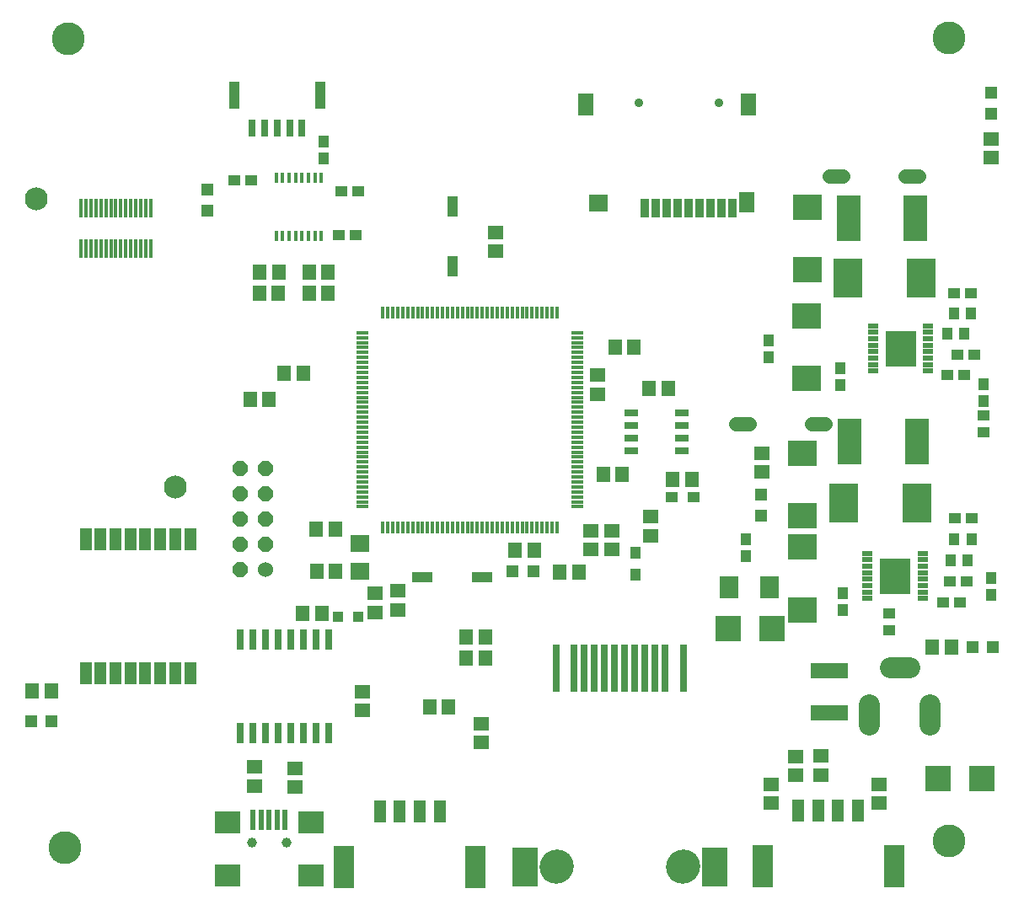
<source format=gts>
G75*
%MOIN*%
%OFA0B0*%
%FSLAX25Y25*%
%IPPOS*%
%LPD*%
%AMOC8*
5,1,8,0,0,1.08239X$1,22.5*
%
%ADD10R,0.05518X0.06306*%
%ADD11R,0.05400X0.02900*%
%ADD12R,0.06306X0.05518*%
%ADD13R,0.07487X0.06699*%
%ADD14R,0.05124X0.04337*%
%ADD15R,0.05124X0.01581*%
%ADD16R,0.01581X0.05124*%
%ADD17R,0.05124X0.05124*%
%ADD18R,0.14967X0.06306*%
%ADD19R,0.09849X0.09849*%
%ADD20R,0.07408X0.08904*%
%ADD21R,0.04337X0.05124*%
%ADD22R,0.04337X0.04337*%
%ADD23R,0.04337X0.08274*%
%ADD24R,0.08274X0.04337*%
%ADD25C,0.09061*%
%ADD26R,0.01384X0.07487*%
%ADD27R,0.02600X0.08200*%
%ADD28R,0.04600X0.09000*%
%ADD29R,0.03550X0.07487*%
%ADD30R,0.05912X0.08274*%
%ADD31R,0.05912X0.09061*%
%ADD32C,0.03550*%
%ADD33R,0.11975X0.14494*%
%ADD34R,0.04331X0.01969*%
%ADD35C,0.05600*%
%ADD36R,0.11424X0.09849*%
%ADD37R,0.04731X0.04337*%
%ADD38R,0.04337X0.04731*%
%ADD39R,0.11424X0.15361*%
%ADD40R,0.09258X0.18117*%
%ADD41R,0.01600X0.04300*%
%ADD42R,0.10243X0.09061*%
%ADD43R,0.02369X0.08274*%
%ADD44C,0.03943*%
%ADD45R,0.08274X0.16935*%
%ADD46R,0.05124X0.09061*%
%ADD47C,0.06000*%
%ADD48OC8,0.06000*%
%ADD49R,0.02762X0.07093*%
%ADD50R,0.04337X0.11030*%
%ADD51C,0.08274*%
%ADD52C,0.12998*%
%ADD53R,0.02800X0.18500*%
%ADD54R,0.10200X0.15800*%
%ADD55C,0.13200*%
D10*
X0014842Y0091100D03*
X0022323Y0091100D03*
X0121842Y0121800D03*
X0129323Y0121800D03*
X0127442Y0138500D03*
X0134923Y0138500D03*
X0134723Y0155000D03*
X0127242Y0155000D03*
X0186542Y0112400D03*
X0194023Y0112400D03*
X0194023Y0103900D03*
X0186542Y0103900D03*
X0179523Y0084700D03*
X0172042Y0084700D03*
X0223642Y0137900D03*
X0231123Y0137900D03*
X0213323Y0146800D03*
X0205842Y0146800D03*
X0240742Y0176700D03*
X0248223Y0176700D03*
X0268242Y0174800D03*
X0275723Y0174800D03*
X0266323Y0210700D03*
X0258842Y0210700D03*
X0252923Y0226900D03*
X0245442Y0226900D03*
X0131923Y0248200D03*
X0124442Y0248200D03*
X0124342Y0256600D03*
X0131823Y0256600D03*
X0112323Y0256600D03*
X0104842Y0256600D03*
X0104742Y0248200D03*
X0112223Y0248200D03*
X0114542Y0216700D03*
X0122023Y0216700D03*
X0108523Y0206200D03*
X0101042Y0206200D03*
X0370942Y0108500D03*
X0378423Y0108500D03*
D11*
X0271682Y0186100D03*
X0271682Y0191100D03*
X0271682Y0196100D03*
X0271682Y0201100D03*
X0251682Y0201100D03*
X0251682Y0196100D03*
X0251682Y0191100D03*
X0251682Y0186100D03*
D12*
X0238482Y0208455D03*
X0238482Y0215935D03*
X0198282Y0264960D03*
X0198282Y0272440D03*
X0303382Y0185140D03*
X0303382Y0177660D03*
X0259482Y0159940D03*
X0259482Y0152460D03*
X0244182Y0154340D03*
X0244182Y0146860D03*
X0235882Y0146860D03*
X0235882Y0154340D03*
X0159482Y0130640D03*
X0159482Y0123160D03*
X0150382Y0122160D03*
X0150382Y0129640D03*
X0145382Y0090840D03*
X0145382Y0083360D03*
X0118682Y0060340D03*
X0118682Y0052860D03*
X0102782Y0053460D03*
X0102782Y0060940D03*
X0192582Y0070660D03*
X0192582Y0078140D03*
X0307082Y0054140D03*
X0307082Y0046660D03*
X0316782Y0057660D03*
X0316782Y0065140D03*
X0326882Y0065240D03*
X0326882Y0057760D03*
X0349682Y0054040D03*
X0349682Y0046560D03*
X0394282Y0301960D03*
X0394282Y0309440D03*
D13*
X0238818Y0283969D03*
X0144582Y0149412D03*
X0144582Y0138388D03*
D14*
X0267752Y0167700D03*
X0276413Y0167700D03*
D15*
X0230502Y0167788D03*
X0230502Y0165820D03*
X0230502Y0163851D03*
X0230502Y0169757D03*
X0230502Y0171725D03*
X0230502Y0173694D03*
X0230502Y0175662D03*
X0230502Y0177631D03*
X0230502Y0179599D03*
X0230502Y0181568D03*
X0230502Y0183536D03*
X0230502Y0185505D03*
X0230502Y0187473D03*
X0230502Y0189442D03*
X0230502Y0191410D03*
X0230502Y0193379D03*
X0230502Y0195347D03*
X0230502Y0197316D03*
X0230502Y0199284D03*
X0230502Y0201253D03*
X0230502Y0203221D03*
X0230502Y0205190D03*
X0230502Y0207158D03*
X0230502Y0209127D03*
X0230502Y0211095D03*
X0230502Y0213064D03*
X0230502Y0215032D03*
X0230502Y0217001D03*
X0230502Y0218969D03*
X0230502Y0220938D03*
X0230502Y0222906D03*
X0230502Y0224875D03*
X0230502Y0226843D03*
X0230502Y0228812D03*
X0230502Y0230780D03*
X0230502Y0232749D03*
X0145463Y0232749D03*
X0145463Y0230780D03*
X0145463Y0228812D03*
X0145463Y0226843D03*
X0145463Y0224875D03*
X0145463Y0222906D03*
X0145463Y0220938D03*
X0145463Y0218969D03*
X0145463Y0217001D03*
X0145463Y0215032D03*
X0145463Y0213064D03*
X0145463Y0211095D03*
X0145463Y0209127D03*
X0145463Y0207158D03*
X0145463Y0205190D03*
X0145463Y0203221D03*
X0145463Y0201253D03*
X0145463Y0199284D03*
X0145463Y0197316D03*
X0145463Y0195347D03*
X0145463Y0193379D03*
X0145463Y0191410D03*
X0145463Y0189442D03*
X0145463Y0187473D03*
X0145463Y0185505D03*
X0145463Y0183536D03*
X0145463Y0181568D03*
X0145463Y0179599D03*
X0145463Y0177631D03*
X0145463Y0175662D03*
X0145463Y0173694D03*
X0145463Y0171725D03*
X0145463Y0169757D03*
X0145463Y0167788D03*
X0145463Y0165820D03*
X0145463Y0163851D03*
D16*
X0153534Y0155780D03*
X0155502Y0155780D03*
X0157471Y0155780D03*
X0159439Y0155780D03*
X0161408Y0155780D03*
X0163376Y0155780D03*
X0165345Y0155780D03*
X0167313Y0155780D03*
X0169282Y0155780D03*
X0171250Y0155780D03*
X0173219Y0155780D03*
X0175187Y0155780D03*
X0177156Y0155780D03*
X0179124Y0155780D03*
X0181093Y0155780D03*
X0183061Y0155780D03*
X0185030Y0155780D03*
X0186998Y0155780D03*
X0188967Y0155780D03*
X0190935Y0155780D03*
X0192904Y0155780D03*
X0194872Y0155780D03*
X0196841Y0155780D03*
X0198809Y0155780D03*
X0200778Y0155780D03*
X0202746Y0155780D03*
X0204715Y0155780D03*
X0206683Y0155780D03*
X0208652Y0155780D03*
X0210620Y0155780D03*
X0212589Y0155780D03*
X0214557Y0155780D03*
X0216526Y0155780D03*
X0218494Y0155780D03*
X0220463Y0155780D03*
X0222431Y0155780D03*
X0222431Y0240820D03*
X0220463Y0240820D03*
X0218494Y0240820D03*
X0216526Y0240820D03*
X0214557Y0240820D03*
X0212589Y0240820D03*
X0210620Y0240820D03*
X0208652Y0240820D03*
X0206683Y0240820D03*
X0204715Y0240820D03*
X0202746Y0240820D03*
X0200778Y0240820D03*
X0198809Y0240820D03*
X0196841Y0240820D03*
X0194872Y0240820D03*
X0192904Y0240820D03*
X0190935Y0240820D03*
X0188967Y0240820D03*
X0186998Y0240820D03*
X0185030Y0240820D03*
X0183061Y0240820D03*
X0181093Y0240820D03*
X0179124Y0240820D03*
X0177156Y0240820D03*
X0175187Y0240820D03*
X0173219Y0240820D03*
X0171250Y0240820D03*
X0169282Y0240820D03*
X0167313Y0240820D03*
X0165345Y0240820D03*
X0163376Y0240820D03*
X0161408Y0240820D03*
X0159439Y0240820D03*
X0157471Y0240820D03*
X0155502Y0240820D03*
X0153534Y0240820D03*
D17*
X0084082Y0280966D03*
X0084082Y0289234D03*
X0204749Y0138200D03*
X0213016Y0138200D03*
X0303282Y0160366D03*
X0303282Y0168634D03*
X0386649Y0108300D03*
X0394916Y0108300D03*
X0394282Y0319366D03*
X0394282Y0327634D03*
X0022616Y0079000D03*
X0014349Y0079000D03*
D18*
X0329982Y0082332D03*
X0329982Y0098868D03*
D19*
X0307344Y0115600D03*
X0290021Y0115600D03*
X0373121Y0056400D03*
X0390444Y0056400D03*
D20*
X0306475Y0132000D03*
X0290451Y0132000D03*
D21*
X0253382Y0136869D03*
X0253382Y0145531D03*
D22*
X0143756Y0120500D03*
X0135882Y0120500D03*
D23*
X0181032Y0258914D03*
X0181032Y0282536D03*
D24*
X0192643Y0136175D03*
X0169021Y0136175D03*
D25*
X0071575Y0171653D03*
X0016456Y0285826D03*
D26*
X0034173Y0281889D03*
X0036141Y0281889D03*
X0038110Y0281889D03*
X0040078Y0281889D03*
X0042047Y0281889D03*
X0044015Y0281889D03*
X0045984Y0281889D03*
X0047952Y0281889D03*
X0049921Y0281889D03*
X0051889Y0281889D03*
X0053858Y0281889D03*
X0055826Y0281889D03*
X0057795Y0281889D03*
X0059763Y0281889D03*
X0061732Y0281889D03*
X0061732Y0266141D03*
X0059763Y0266141D03*
X0057795Y0266141D03*
X0055826Y0266141D03*
X0053858Y0266141D03*
X0051889Y0266141D03*
X0049921Y0266141D03*
X0047952Y0266141D03*
X0045984Y0266141D03*
X0044015Y0266141D03*
X0042047Y0266141D03*
X0040078Y0266141D03*
X0038110Y0266141D03*
X0036141Y0266141D03*
X0034173Y0266141D03*
D27*
X0097282Y0111500D03*
X0102282Y0111500D03*
X0107282Y0111500D03*
X0112282Y0111500D03*
X0117282Y0111500D03*
X0122282Y0111500D03*
X0127282Y0111500D03*
X0132282Y0111500D03*
X0132282Y0074500D03*
X0127282Y0074500D03*
X0122282Y0074500D03*
X0117282Y0074500D03*
X0112282Y0074500D03*
X0107282Y0074500D03*
X0102282Y0074500D03*
X0097282Y0074500D03*
D28*
X0077345Y0098000D03*
X0071440Y0098000D03*
X0065534Y0098000D03*
X0059629Y0098000D03*
X0053723Y0098000D03*
X0047818Y0098000D03*
X0041912Y0098000D03*
X0036007Y0098000D03*
X0036007Y0151150D03*
X0041912Y0151150D03*
X0047818Y0151150D03*
X0053723Y0151150D03*
X0059629Y0151150D03*
X0065534Y0151150D03*
X0071440Y0151150D03*
X0077345Y0151150D03*
D29*
X0257125Y0282000D03*
X0261456Y0282000D03*
X0265786Y0282000D03*
X0270117Y0282000D03*
X0274448Y0282000D03*
X0278778Y0282000D03*
X0283109Y0282000D03*
X0287440Y0282000D03*
X0291771Y0282000D03*
D30*
X0297479Y0284362D03*
D31*
X0298070Y0323142D03*
X0233897Y0323142D03*
D32*
X0254960Y0323732D03*
X0286456Y0323732D03*
D33*
X0358382Y0226500D03*
X0356182Y0136500D03*
D34*
X0345257Y0135220D03*
X0345257Y0132661D03*
X0345257Y0130102D03*
X0345257Y0127543D03*
X0345257Y0137780D03*
X0345257Y0140339D03*
X0345257Y0142898D03*
X0345257Y0145457D03*
X0367108Y0145457D03*
X0367108Y0142898D03*
X0367108Y0140339D03*
X0367108Y0137780D03*
X0367108Y0135220D03*
X0367108Y0132661D03*
X0367108Y0130102D03*
X0367108Y0127543D03*
X0369308Y0217543D03*
X0369308Y0220102D03*
X0369308Y0222661D03*
X0369308Y0225220D03*
X0369308Y0227780D03*
X0369308Y0230339D03*
X0369308Y0232898D03*
X0369308Y0235457D03*
X0347457Y0235457D03*
X0347457Y0232898D03*
X0347457Y0230339D03*
X0347457Y0227780D03*
X0347457Y0225220D03*
X0347457Y0222661D03*
X0347457Y0220102D03*
X0347457Y0217543D03*
D35*
X0328382Y0196800D02*
X0323182Y0196800D01*
X0298382Y0196800D02*
X0293182Y0196800D01*
X0330282Y0294700D02*
X0335482Y0294700D01*
X0360282Y0294700D02*
X0365482Y0294700D01*
D36*
X0321482Y0282402D03*
X0321482Y0257598D03*
X0321082Y0239502D03*
X0321082Y0214698D03*
X0319582Y0185102D03*
X0319582Y0160298D03*
X0319482Y0147902D03*
X0319482Y0123098D03*
D37*
X0353882Y0121546D03*
X0353882Y0114854D03*
X0375036Y0126100D03*
X0381729Y0126100D03*
X0384529Y0134500D03*
X0377836Y0134500D03*
X0379836Y0159300D03*
X0386529Y0159300D03*
X0391282Y0193254D03*
X0391282Y0199946D03*
X0383529Y0215900D03*
X0376836Y0215900D03*
X0380936Y0224100D03*
X0387629Y0224100D03*
X0386129Y0248500D03*
X0379436Y0248500D03*
X0143929Y0288600D03*
X0137236Y0288600D03*
X0136036Y0271500D03*
X0142729Y0271500D03*
X0101429Y0292900D03*
X0094736Y0292900D03*
D38*
X0130082Y0301654D03*
X0130082Y0308346D03*
X0306082Y0229546D03*
X0306082Y0222854D03*
X0334382Y0218646D03*
X0334382Y0211954D03*
X0376836Y0232300D03*
X0383529Y0232300D03*
X0386129Y0240300D03*
X0379436Y0240300D03*
X0391182Y0212346D03*
X0391182Y0205654D03*
X0386329Y0150900D03*
X0379636Y0150900D03*
X0378036Y0142600D03*
X0384729Y0142600D03*
X0393982Y0135546D03*
X0393982Y0128854D03*
X0335482Y0129546D03*
X0335482Y0122854D03*
X0297282Y0144454D03*
X0297282Y0151146D03*
D39*
X0335815Y0165500D03*
X0364949Y0165500D03*
X0366449Y0254200D03*
X0337315Y0254200D03*
D40*
X0337663Y0278000D03*
X0364301Y0278000D03*
X0364701Y0189700D03*
X0338063Y0189700D03*
D41*
X0129239Y0270913D03*
X0126680Y0270913D03*
X0124121Y0270913D03*
X0121562Y0270913D03*
X0119003Y0270913D03*
X0116444Y0270913D03*
X0113885Y0270913D03*
X0111326Y0270913D03*
X0111326Y0293887D03*
X0113885Y0293887D03*
X0116444Y0293887D03*
X0119003Y0293887D03*
X0121562Y0293887D03*
X0124121Y0293887D03*
X0126680Y0293887D03*
X0129239Y0293887D03*
D42*
X0125118Y0038874D03*
X0125118Y0018008D03*
X0092047Y0018008D03*
X0092047Y0038874D03*
D43*
X0102283Y0039858D03*
X0105433Y0039858D03*
X0108582Y0039858D03*
X0111732Y0039858D03*
X0114882Y0039858D03*
D44*
X0115472Y0031000D03*
X0101693Y0031000D03*
D45*
X0138198Y0021384D03*
X0190167Y0021384D03*
X0303698Y0021784D03*
X0355667Y0021784D03*
D46*
X0341493Y0043753D03*
X0333619Y0043753D03*
X0325745Y0043753D03*
X0317871Y0043753D03*
X0175993Y0043353D03*
X0168119Y0043353D03*
X0160245Y0043353D03*
X0152371Y0043353D03*
D47*
X0107182Y0139000D03*
D48*
X0097182Y0139000D03*
X0097182Y0149000D03*
X0107182Y0149000D03*
X0107182Y0159000D03*
X0097182Y0159000D03*
X0097182Y0169000D03*
X0097182Y0179000D03*
X0107182Y0179000D03*
X0107182Y0169000D03*
D49*
X0106861Y0313687D03*
X0101940Y0313687D03*
X0111782Y0313687D03*
X0116704Y0313687D03*
X0121625Y0313687D03*
D50*
X0128908Y0326679D03*
X0094656Y0326679D03*
D51*
X0354045Y0100498D02*
X0361919Y0100498D01*
X0369793Y0085537D02*
X0369793Y0077663D01*
X0345778Y0077663D02*
X0345778Y0085537D01*
D52*
X0027782Y0029000D03*
X0377582Y0031700D03*
X0377382Y0349300D03*
X0029282Y0349100D03*
D53*
X0222082Y0099900D03*
X0229282Y0099900D03*
X0233282Y0099900D03*
X0237282Y0099900D03*
X0241282Y0099900D03*
X0245282Y0099900D03*
X0249282Y0099900D03*
X0253282Y0099900D03*
X0257282Y0099900D03*
X0261282Y0099900D03*
X0265282Y0099900D03*
X0272482Y0099900D03*
D54*
X0284782Y0021400D03*
X0209782Y0021400D03*
D55*
X0222282Y0021400D03*
X0222382Y0021600D03*
X0272282Y0021400D03*
X0272382Y0021600D03*
M02*

</source>
